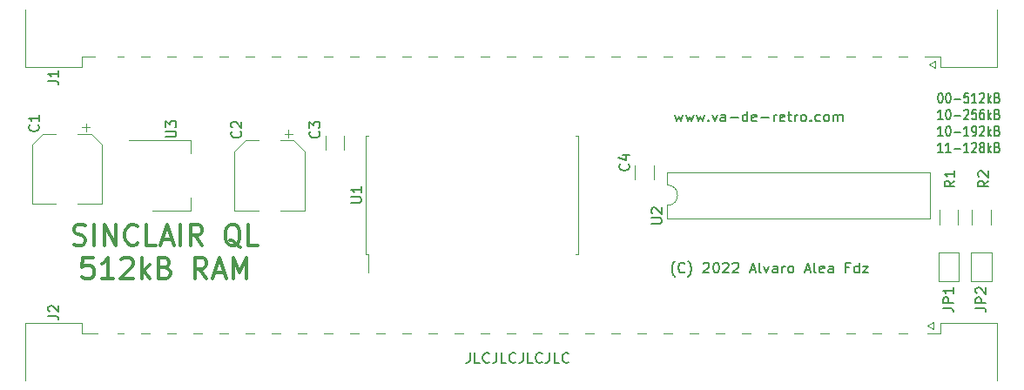
<source format=gbr>
%TF.GenerationSoftware,KiCad,Pcbnew,7.0.9+1*%
%TF.CreationDate,2023-12-26T23:15:29+01:00*%
%TF.ProjectId,qlexternal512kram_MIX,716c6578-7465-4726-9e61-6c3531326b72,0.1*%
%TF.SameCoordinates,Original*%
%TF.FileFunction,Legend,Top*%
%TF.FilePolarity,Positive*%
%FSLAX46Y46*%
G04 Gerber Fmt 4.6, Leading zero omitted, Abs format (unit mm)*
G04 Created by KiCad (PCBNEW 7.0.9+1) date 2023-12-26 23:15:29*
%MOMM*%
%LPD*%
G01*
G04 APERTURE LIST*
%ADD10C,0.150000*%
%ADD11C,0.300000*%
%ADD12C,0.120000*%
G04 APERTURE END LIST*
D10*
X137715951Y-85814819D02*
X137715951Y-86529104D01*
X137715951Y-86529104D02*
X137668332Y-86671961D01*
X137668332Y-86671961D02*
X137573094Y-86767200D01*
X137573094Y-86767200D02*
X137430237Y-86814819D01*
X137430237Y-86814819D02*
X137334999Y-86814819D01*
X138668332Y-86814819D02*
X138192142Y-86814819D01*
X138192142Y-86814819D02*
X138192142Y-85814819D01*
X139573094Y-86719580D02*
X139525475Y-86767200D01*
X139525475Y-86767200D02*
X139382618Y-86814819D01*
X139382618Y-86814819D02*
X139287380Y-86814819D01*
X139287380Y-86814819D02*
X139144523Y-86767200D01*
X139144523Y-86767200D02*
X139049285Y-86671961D01*
X139049285Y-86671961D02*
X139001666Y-86576723D01*
X139001666Y-86576723D02*
X138954047Y-86386247D01*
X138954047Y-86386247D02*
X138954047Y-86243390D01*
X138954047Y-86243390D02*
X139001666Y-86052914D01*
X139001666Y-86052914D02*
X139049285Y-85957676D01*
X139049285Y-85957676D02*
X139144523Y-85862438D01*
X139144523Y-85862438D02*
X139287380Y-85814819D01*
X139287380Y-85814819D02*
X139382618Y-85814819D01*
X139382618Y-85814819D02*
X139525475Y-85862438D01*
X139525475Y-85862438D02*
X139573094Y-85910057D01*
X140287380Y-85814819D02*
X140287380Y-86529104D01*
X140287380Y-86529104D02*
X140239761Y-86671961D01*
X140239761Y-86671961D02*
X140144523Y-86767200D01*
X140144523Y-86767200D02*
X140001666Y-86814819D01*
X140001666Y-86814819D02*
X139906428Y-86814819D01*
X141239761Y-86814819D02*
X140763571Y-86814819D01*
X140763571Y-86814819D02*
X140763571Y-85814819D01*
X142144523Y-86719580D02*
X142096904Y-86767200D01*
X142096904Y-86767200D02*
X141954047Y-86814819D01*
X141954047Y-86814819D02*
X141858809Y-86814819D01*
X141858809Y-86814819D02*
X141715952Y-86767200D01*
X141715952Y-86767200D02*
X141620714Y-86671961D01*
X141620714Y-86671961D02*
X141573095Y-86576723D01*
X141573095Y-86576723D02*
X141525476Y-86386247D01*
X141525476Y-86386247D02*
X141525476Y-86243390D01*
X141525476Y-86243390D02*
X141573095Y-86052914D01*
X141573095Y-86052914D02*
X141620714Y-85957676D01*
X141620714Y-85957676D02*
X141715952Y-85862438D01*
X141715952Y-85862438D02*
X141858809Y-85814819D01*
X141858809Y-85814819D02*
X141954047Y-85814819D01*
X141954047Y-85814819D02*
X142096904Y-85862438D01*
X142096904Y-85862438D02*
X142144523Y-85910057D01*
X142858809Y-85814819D02*
X142858809Y-86529104D01*
X142858809Y-86529104D02*
X142811190Y-86671961D01*
X142811190Y-86671961D02*
X142715952Y-86767200D01*
X142715952Y-86767200D02*
X142573095Y-86814819D01*
X142573095Y-86814819D02*
X142477857Y-86814819D01*
X143811190Y-86814819D02*
X143335000Y-86814819D01*
X143335000Y-86814819D02*
X143335000Y-85814819D01*
X144715952Y-86719580D02*
X144668333Y-86767200D01*
X144668333Y-86767200D02*
X144525476Y-86814819D01*
X144525476Y-86814819D02*
X144430238Y-86814819D01*
X144430238Y-86814819D02*
X144287381Y-86767200D01*
X144287381Y-86767200D02*
X144192143Y-86671961D01*
X144192143Y-86671961D02*
X144144524Y-86576723D01*
X144144524Y-86576723D02*
X144096905Y-86386247D01*
X144096905Y-86386247D02*
X144096905Y-86243390D01*
X144096905Y-86243390D02*
X144144524Y-86052914D01*
X144144524Y-86052914D02*
X144192143Y-85957676D01*
X144192143Y-85957676D02*
X144287381Y-85862438D01*
X144287381Y-85862438D02*
X144430238Y-85814819D01*
X144430238Y-85814819D02*
X144525476Y-85814819D01*
X144525476Y-85814819D02*
X144668333Y-85862438D01*
X144668333Y-85862438D02*
X144715952Y-85910057D01*
X145430238Y-85814819D02*
X145430238Y-86529104D01*
X145430238Y-86529104D02*
X145382619Y-86671961D01*
X145382619Y-86671961D02*
X145287381Y-86767200D01*
X145287381Y-86767200D02*
X145144524Y-86814819D01*
X145144524Y-86814819D02*
X145049286Y-86814819D01*
X146382619Y-86814819D02*
X145906429Y-86814819D01*
X145906429Y-86814819D02*
X145906429Y-85814819D01*
X147287381Y-86719580D02*
X147239762Y-86767200D01*
X147239762Y-86767200D02*
X147096905Y-86814819D01*
X147096905Y-86814819D02*
X147001667Y-86814819D01*
X147001667Y-86814819D02*
X146858810Y-86767200D01*
X146858810Y-86767200D02*
X146763572Y-86671961D01*
X146763572Y-86671961D02*
X146715953Y-86576723D01*
X146715953Y-86576723D02*
X146668334Y-86386247D01*
X146668334Y-86386247D02*
X146668334Y-86243390D01*
X146668334Y-86243390D02*
X146715953Y-86052914D01*
X146715953Y-86052914D02*
X146763572Y-85957676D01*
X146763572Y-85957676D02*
X146858810Y-85862438D01*
X146858810Y-85862438D02*
X147001667Y-85814819D01*
X147001667Y-85814819D02*
X147096905Y-85814819D01*
X147096905Y-85814819D02*
X147239762Y-85862438D01*
X147239762Y-85862438D02*
X147287381Y-85910057D01*
X183416541Y-60539819D02*
X183492731Y-60539819D01*
X183492731Y-60539819D02*
X183568922Y-60587438D01*
X183568922Y-60587438D02*
X183607017Y-60635057D01*
X183607017Y-60635057D02*
X183645112Y-60730295D01*
X183645112Y-60730295D02*
X183683207Y-60920771D01*
X183683207Y-60920771D02*
X183683207Y-61158866D01*
X183683207Y-61158866D02*
X183645112Y-61349342D01*
X183645112Y-61349342D02*
X183607017Y-61444580D01*
X183607017Y-61444580D02*
X183568922Y-61492200D01*
X183568922Y-61492200D02*
X183492731Y-61539819D01*
X183492731Y-61539819D02*
X183416541Y-61539819D01*
X183416541Y-61539819D02*
X183340350Y-61492200D01*
X183340350Y-61492200D02*
X183302255Y-61444580D01*
X183302255Y-61444580D02*
X183264160Y-61349342D01*
X183264160Y-61349342D02*
X183226064Y-61158866D01*
X183226064Y-61158866D02*
X183226064Y-60920771D01*
X183226064Y-60920771D02*
X183264160Y-60730295D01*
X183264160Y-60730295D02*
X183302255Y-60635057D01*
X183302255Y-60635057D02*
X183340350Y-60587438D01*
X183340350Y-60587438D02*
X183416541Y-60539819D01*
X184178446Y-60539819D02*
X184254636Y-60539819D01*
X184254636Y-60539819D02*
X184330827Y-60587438D01*
X184330827Y-60587438D02*
X184368922Y-60635057D01*
X184368922Y-60635057D02*
X184407017Y-60730295D01*
X184407017Y-60730295D02*
X184445112Y-60920771D01*
X184445112Y-60920771D02*
X184445112Y-61158866D01*
X184445112Y-61158866D02*
X184407017Y-61349342D01*
X184407017Y-61349342D02*
X184368922Y-61444580D01*
X184368922Y-61444580D02*
X184330827Y-61492200D01*
X184330827Y-61492200D02*
X184254636Y-61539819D01*
X184254636Y-61539819D02*
X184178446Y-61539819D01*
X184178446Y-61539819D02*
X184102255Y-61492200D01*
X184102255Y-61492200D02*
X184064160Y-61444580D01*
X184064160Y-61444580D02*
X184026065Y-61349342D01*
X184026065Y-61349342D02*
X183987969Y-61158866D01*
X183987969Y-61158866D02*
X183987969Y-60920771D01*
X183987969Y-60920771D02*
X184026065Y-60730295D01*
X184026065Y-60730295D02*
X184064160Y-60635057D01*
X184064160Y-60635057D02*
X184102255Y-60587438D01*
X184102255Y-60587438D02*
X184178446Y-60539819D01*
X184787970Y-61158866D02*
X185397494Y-61158866D01*
X186159398Y-60539819D02*
X185778446Y-60539819D01*
X185778446Y-60539819D02*
X185740350Y-61016009D01*
X185740350Y-61016009D02*
X185778446Y-60968390D01*
X185778446Y-60968390D02*
X185854636Y-60920771D01*
X185854636Y-60920771D02*
X186045112Y-60920771D01*
X186045112Y-60920771D02*
X186121303Y-60968390D01*
X186121303Y-60968390D02*
X186159398Y-61016009D01*
X186159398Y-61016009D02*
X186197493Y-61111247D01*
X186197493Y-61111247D02*
X186197493Y-61349342D01*
X186197493Y-61349342D02*
X186159398Y-61444580D01*
X186159398Y-61444580D02*
X186121303Y-61492200D01*
X186121303Y-61492200D02*
X186045112Y-61539819D01*
X186045112Y-61539819D02*
X185854636Y-61539819D01*
X185854636Y-61539819D02*
X185778446Y-61492200D01*
X185778446Y-61492200D02*
X185740350Y-61444580D01*
X186959398Y-61539819D02*
X186502255Y-61539819D01*
X186730827Y-61539819D02*
X186730827Y-60539819D01*
X186730827Y-60539819D02*
X186654636Y-60682676D01*
X186654636Y-60682676D02*
X186578446Y-60777914D01*
X186578446Y-60777914D02*
X186502255Y-60825533D01*
X187264160Y-60635057D02*
X187302256Y-60587438D01*
X187302256Y-60587438D02*
X187378446Y-60539819D01*
X187378446Y-60539819D02*
X187568922Y-60539819D01*
X187568922Y-60539819D02*
X187645113Y-60587438D01*
X187645113Y-60587438D02*
X187683208Y-60635057D01*
X187683208Y-60635057D02*
X187721303Y-60730295D01*
X187721303Y-60730295D02*
X187721303Y-60825533D01*
X187721303Y-60825533D02*
X187683208Y-60968390D01*
X187683208Y-60968390D02*
X187226065Y-61539819D01*
X187226065Y-61539819D02*
X187721303Y-61539819D01*
X188064161Y-61539819D02*
X188064161Y-60539819D01*
X188140351Y-61158866D02*
X188368923Y-61539819D01*
X188368923Y-60873152D02*
X188064161Y-61254104D01*
X188978446Y-61016009D02*
X189092732Y-61063628D01*
X189092732Y-61063628D02*
X189130827Y-61111247D01*
X189130827Y-61111247D02*
X189168923Y-61206485D01*
X189168923Y-61206485D02*
X189168923Y-61349342D01*
X189168923Y-61349342D02*
X189130827Y-61444580D01*
X189130827Y-61444580D02*
X189092732Y-61492200D01*
X189092732Y-61492200D02*
X189016542Y-61539819D01*
X189016542Y-61539819D02*
X188711780Y-61539819D01*
X188711780Y-61539819D02*
X188711780Y-60539819D01*
X188711780Y-60539819D02*
X188978446Y-60539819D01*
X188978446Y-60539819D02*
X189054637Y-60587438D01*
X189054637Y-60587438D02*
X189092732Y-60635057D01*
X189092732Y-60635057D02*
X189130827Y-60730295D01*
X189130827Y-60730295D02*
X189130827Y-60825533D01*
X189130827Y-60825533D02*
X189092732Y-60920771D01*
X189092732Y-60920771D02*
X189054637Y-60968390D01*
X189054637Y-60968390D02*
X188978446Y-61016009D01*
X188978446Y-61016009D02*
X188711780Y-61016009D01*
X183683207Y-63149819D02*
X183226064Y-63149819D01*
X183454636Y-63149819D02*
X183454636Y-62149819D01*
X183454636Y-62149819D02*
X183378445Y-62292676D01*
X183378445Y-62292676D02*
X183302255Y-62387914D01*
X183302255Y-62387914D02*
X183226064Y-62435533D01*
X184178446Y-62149819D02*
X184254636Y-62149819D01*
X184254636Y-62149819D02*
X184330827Y-62197438D01*
X184330827Y-62197438D02*
X184368922Y-62245057D01*
X184368922Y-62245057D02*
X184407017Y-62340295D01*
X184407017Y-62340295D02*
X184445112Y-62530771D01*
X184445112Y-62530771D02*
X184445112Y-62768866D01*
X184445112Y-62768866D02*
X184407017Y-62959342D01*
X184407017Y-62959342D02*
X184368922Y-63054580D01*
X184368922Y-63054580D02*
X184330827Y-63102200D01*
X184330827Y-63102200D02*
X184254636Y-63149819D01*
X184254636Y-63149819D02*
X184178446Y-63149819D01*
X184178446Y-63149819D02*
X184102255Y-63102200D01*
X184102255Y-63102200D02*
X184064160Y-63054580D01*
X184064160Y-63054580D02*
X184026065Y-62959342D01*
X184026065Y-62959342D02*
X183987969Y-62768866D01*
X183987969Y-62768866D02*
X183987969Y-62530771D01*
X183987969Y-62530771D02*
X184026065Y-62340295D01*
X184026065Y-62340295D02*
X184064160Y-62245057D01*
X184064160Y-62245057D02*
X184102255Y-62197438D01*
X184102255Y-62197438D02*
X184178446Y-62149819D01*
X184787970Y-62768866D02*
X185397494Y-62768866D01*
X185740350Y-62245057D02*
X185778446Y-62197438D01*
X185778446Y-62197438D02*
X185854636Y-62149819D01*
X185854636Y-62149819D02*
X186045112Y-62149819D01*
X186045112Y-62149819D02*
X186121303Y-62197438D01*
X186121303Y-62197438D02*
X186159398Y-62245057D01*
X186159398Y-62245057D02*
X186197493Y-62340295D01*
X186197493Y-62340295D02*
X186197493Y-62435533D01*
X186197493Y-62435533D02*
X186159398Y-62578390D01*
X186159398Y-62578390D02*
X185702255Y-63149819D01*
X185702255Y-63149819D02*
X186197493Y-63149819D01*
X186921303Y-62149819D02*
X186540351Y-62149819D01*
X186540351Y-62149819D02*
X186502255Y-62626009D01*
X186502255Y-62626009D02*
X186540351Y-62578390D01*
X186540351Y-62578390D02*
X186616541Y-62530771D01*
X186616541Y-62530771D02*
X186807017Y-62530771D01*
X186807017Y-62530771D02*
X186883208Y-62578390D01*
X186883208Y-62578390D02*
X186921303Y-62626009D01*
X186921303Y-62626009D02*
X186959398Y-62721247D01*
X186959398Y-62721247D02*
X186959398Y-62959342D01*
X186959398Y-62959342D02*
X186921303Y-63054580D01*
X186921303Y-63054580D02*
X186883208Y-63102200D01*
X186883208Y-63102200D02*
X186807017Y-63149819D01*
X186807017Y-63149819D02*
X186616541Y-63149819D01*
X186616541Y-63149819D02*
X186540351Y-63102200D01*
X186540351Y-63102200D02*
X186502255Y-63054580D01*
X187645113Y-62149819D02*
X187492732Y-62149819D01*
X187492732Y-62149819D02*
X187416541Y-62197438D01*
X187416541Y-62197438D02*
X187378446Y-62245057D01*
X187378446Y-62245057D02*
X187302256Y-62387914D01*
X187302256Y-62387914D02*
X187264160Y-62578390D01*
X187264160Y-62578390D02*
X187264160Y-62959342D01*
X187264160Y-62959342D02*
X187302256Y-63054580D01*
X187302256Y-63054580D02*
X187340351Y-63102200D01*
X187340351Y-63102200D02*
X187416541Y-63149819D01*
X187416541Y-63149819D02*
X187568922Y-63149819D01*
X187568922Y-63149819D02*
X187645113Y-63102200D01*
X187645113Y-63102200D02*
X187683208Y-63054580D01*
X187683208Y-63054580D02*
X187721303Y-62959342D01*
X187721303Y-62959342D02*
X187721303Y-62721247D01*
X187721303Y-62721247D02*
X187683208Y-62626009D01*
X187683208Y-62626009D02*
X187645113Y-62578390D01*
X187645113Y-62578390D02*
X187568922Y-62530771D01*
X187568922Y-62530771D02*
X187416541Y-62530771D01*
X187416541Y-62530771D02*
X187340351Y-62578390D01*
X187340351Y-62578390D02*
X187302256Y-62626009D01*
X187302256Y-62626009D02*
X187264160Y-62721247D01*
X188064161Y-63149819D02*
X188064161Y-62149819D01*
X188140351Y-62768866D02*
X188368923Y-63149819D01*
X188368923Y-62483152D02*
X188064161Y-62864104D01*
X188978446Y-62626009D02*
X189092732Y-62673628D01*
X189092732Y-62673628D02*
X189130827Y-62721247D01*
X189130827Y-62721247D02*
X189168923Y-62816485D01*
X189168923Y-62816485D02*
X189168923Y-62959342D01*
X189168923Y-62959342D02*
X189130827Y-63054580D01*
X189130827Y-63054580D02*
X189092732Y-63102200D01*
X189092732Y-63102200D02*
X189016542Y-63149819D01*
X189016542Y-63149819D02*
X188711780Y-63149819D01*
X188711780Y-63149819D02*
X188711780Y-62149819D01*
X188711780Y-62149819D02*
X188978446Y-62149819D01*
X188978446Y-62149819D02*
X189054637Y-62197438D01*
X189054637Y-62197438D02*
X189092732Y-62245057D01*
X189092732Y-62245057D02*
X189130827Y-62340295D01*
X189130827Y-62340295D02*
X189130827Y-62435533D01*
X189130827Y-62435533D02*
X189092732Y-62530771D01*
X189092732Y-62530771D02*
X189054637Y-62578390D01*
X189054637Y-62578390D02*
X188978446Y-62626009D01*
X188978446Y-62626009D02*
X188711780Y-62626009D01*
X183683207Y-64759819D02*
X183226064Y-64759819D01*
X183454636Y-64759819D02*
X183454636Y-63759819D01*
X183454636Y-63759819D02*
X183378445Y-63902676D01*
X183378445Y-63902676D02*
X183302255Y-63997914D01*
X183302255Y-63997914D02*
X183226064Y-64045533D01*
X184178446Y-63759819D02*
X184254636Y-63759819D01*
X184254636Y-63759819D02*
X184330827Y-63807438D01*
X184330827Y-63807438D02*
X184368922Y-63855057D01*
X184368922Y-63855057D02*
X184407017Y-63950295D01*
X184407017Y-63950295D02*
X184445112Y-64140771D01*
X184445112Y-64140771D02*
X184445112Y-64378866D01*
X184445112Y-64378866D02*
X184407017Y-64569342D01*
X184407017Y-64569342D02*
X184368922Y-64664580D01*
X184368922Y-64664580D02*
X184330827Y-64712200D01*
X184330827Y-64712200D02*
X184254636Y-64759819D01*
X184254636Y-64759819D02*
X184178446Y-64759819D01*
X184178446Y-64759819D02*
X184102255Y-64712200D01*
X184102255Y-64712200D02*
X184064160Y-64664580D01*
X184064160Y-64664580D02*
X184026065Y-64569342D01*
X184026065Y-64569342D02*
X183987969Y-64378866D01*
X183987969Y-64378866D02*
X183987969Y-64140771D01*
X183987969Y-64140771D02*
X184026065Y-63950295D01*
X184026065Y-63950295D02*
X184064160Y-63855057D01*
X184064160Y-63855057D02*
X184102255Y-63807438D01*
X184102255Y-63807438D02*
X184178446Y-63759819D01*
X184787970Y-64378866D02*
X185397494Y-64378866D01*
X186197493Y-64759819D02*
X185740350Y-64759819D01*
X185968922Y-64759819D02*
X185968922Y-63759819D01*
X185968922Y-63759819D02*
X185892731Y-63902676D01*
X185892731Y-63902676D02*
X185816541Y-63997914D01*
X185816541Y-63997914D02*
X185740350Y-64045533D01*
X186578446Y-64759819D02*
X186730827Y-64759819D01*
X186730827Y-64759819D02*
X186807017Y-64712200D01*
X186807017Y-64712200D02*
X186845113Y-64664580D01*
X186845113Y-64664580D02*
X186921303Y-64521723D01*
X186921303Y-64521723D02*
X186959398Y-64331247D01*
X186959398Y-64331247D02*
X186959398Y-63950295D01*
X186959398Y-63950295D02*
X186921303Y-63855057D01*
X186921303Y-63855057D02*
X186883208Y-63807438D01*
X186883208Y-63807438D02*
X186807017Y-63759819D01*
X186807017Y-63759819D02*
X186654636Y-63759819D01*
X186654636Y-63759819D02*
X186578446Y-63807438D01*
X186578446Y-63807438D02*
X186540351Y-63855057D01*
X186540351Y-63855057D02*
X186502255Y-63950295D01*
X186502255Y-63950295D02*
X186502255Y-64188390D01*
X186502255Y-64188390D02*
X186540351Y-64283628D01*
X186540351Y-64283628D02*
X186578446Y-64331247D01*
X186578446Y-64331247D02*
X186654636Y-64378866D01*
X186654636Y-64378866D02*
X186807017Y-64378866D01*
X186807017Y-64378866D02*
X186883208Y-64331247D01*
X186883208Y-64331247D02*
X186921303Y-64283628D01*
X186921303Y-64283628D02*
X186959398Y-64188390D01*
X187264160Y-63855057D02*
X187302256Y-63807438D01*
X187302256Y-63807438D02*
X187378446Y-63759819D01*
X187378446Y-63759819D02*
X187568922Y-63759819D01*
X187568922Y-63759819D02*
X187645113Y-63807438D01*
X187645113Y-63807438D02*
X187683208Y-63855057D01*
X187683208Y-63855057D02*
X187721303Y-63950295D01*
X187721303Y-63950295D02*
X187721303Y-64045533D01*
X187721303Y-64045533D02*
X187683208Y-64188390D01*
X187683208Y-64188390D02*
X187226065Y-64759819D01*
X187226065Y-64759819D02*
X187721303Y-64759819D01*
X188064161Y-64759819D02*
X188064161Y-63759819D01*
X188140351Y-64378866D02*
X188368923Y-64759819D01*
X188368923Y-64093152D02*
X188064161Y-64474104D01*
X188978446Y-64236009D02*
X189092732Y-64283628D01*
X189092732Y-64283628D02*
X189130827Y-64331247D01*
X189130827Y-64331247D02*
X189168923Y-64426485D01*
X189168923Y-64426485D02*
X189168923Y-64569342D01*
X189168923Y-64569342D02*
X189130827Y-64664580D01*
X189130827Y-64664580D02*
X189092732Y-64712200D01*
X189092732Y-64712200D02*
X189016542Y-64759819D01*
X189016542Y-64759819D02*
X188711780Y-64759819D01*
X188711780Y-64759819D02*
X188711780Y-63759819D01*
X188711780Y-63759819D02*
X188978446Y-63759819D01*
X188978446Y-63759819D02*
X189054637Y-63807438D01*
X189054637Y-63807438D02*
X189092732Y-63855057D01*
X189092732Y-63855057D02*
X189130827Y-63950295D01*
X189130827Y-63950295D02*
X189130827Y-64045533D01*
X189130827Y-64045533D02*
X189092732Y-64140771D01*
X189092732Y-64140771D02*
X189054637Y-64188390D01*
X189054637Y-64188390D02*
X188978446Y-64236009D01*
X188978446Y-64236009D02*
X188711780Y-64236009D01*
X183683207Y-66369819D02*
X183226064Y-66369819D01*
X183454636Y-66369819D02*
X183454636Y-65369819D01*
X183454636Y-65369819D02*
X183378445Y-65512676D01*
X183378445Y-65512676D02*
X183302255Y-65607914D01*
X183302255Y-65607914D02*
X183226064Y-65655533D01*
X184445112Y-66369819D02*
X183987969Y-66369819D01*
X184216541Y-66369819D02*
X184216541Y-65369819D01*
X184216541Y-65369819D02*
X184140350Y-65512676D01*
X184140350Y-65512676D02*
X184064160Y-65607914D01*
X184064160Y-65607914D02*
X183987969Y-65655533D01*
X184787970Y-65988866D02*
X185397494Y-65988866D01*
X186197493Y-66369819D02*
X185740350Y-66369819D01*
X185968922Y-66369819D02*
X185968922Y-65369819D01*
X185968922Y-65369819D02*
X185892731Y-65512676D01*
X185892731Y-65512676D02*
X185816541Y-65607914D01*
X185816541Y-65607914D02*
X185740350Y-65655533D01*
X186502255Y-65465057D02*
X186540351Y-65417438D01*
X186540351Y-65417438D02*
X186616541Y-65369819D01*
X186616541Y-65369819D02*
X186807017Y-65369819D01*
X186807017Y-65369819D02*
X186883208Y-65417438D01*
X186883208Y-65417438D02*
X186921303Y-65465057D01*
X186921303Y-65465057D02*
X186959398Y-65560295D01*
X186959398Y-65560295D02*
X186959398Y-65655533D01*
X186959398Y-65655533D02*
X186921303Y-65798390D01*
X186921303Y-65798390D02*
X186464160Y-66369819D01*
X186464160Y-66369819D02*
X186959398Y-66369819D01*
X187416541Y-65798390D02*
X187340351Y-65750771D01*
X187340351Y-65750771D02*
X187302256Y-65703152D01*
X187302256Y-65703152D02*
X187264160Y-65607914D01*
X187264160Y-65607914D02*
X187264160Y-65560295D01*
X187264160Y-65560295D02*
X187302256Y-65465057D01*
X187302256Y-65465057D02*
X187340351Y-65417438D01*
X187340351Y-65417438D02*
X187416541Y-65369819D01*
X187416541Y-65369819D02*
X187568922Y-65369819D01*
X187568922Y-65369819D02*
X187645113Y-65417438D01*
X187645113Y-65417438D02*
X187683208Y-65465057D01*
X187683208Y-65465057D02*
X187721303Y-65560295D01*
X187721303Y-65560295D02*
X187721303Y-65607914D01*
X187721303Y-65607914D02*
X187683208Y-65703152D01*
X187683208Y-65703152D02*
X187645113Y-65750771D01*
X187645113Y-65750771D02*
X187568922Y-65798390D01*
X187568922Y-65798390D02*
X187416541Y-65798390D01*
X187416541Y-65798390D02*
X187340351Y-65846009D01*
X187340351Y-65846009D02*
X187302256Y-65893628D01*
X187302256Y-65893628D02*
X187264160Y-65988866D01*
X187264160Y-65988866D02*
X187264160Y-66179342D01*
X187264160Y-66179342D02*
X187302256Y-66274580D01*
X187302256Y-66274580D02*
X187340351Y-66322200D01*
X187340351Y-66322200D02*
X187416541Y-66369819D01*
X187416541Y-66369819D02*
X187568922Y-66369819D01*
X187568922Y-66369819D02*
X187645113Y-66322200D01*
X187645113Y-66322200D02*
X187683208Y-66274580D01*
X187683208Y-66274580D02*
X187721303Y-66179342D01*
X187721303Y-66179342D02*
X187721303Y-65988866D01*
X187721303Y-65988866D02*
X187683208Y-65893628D01*
X187683208Y-65893628D02*
X187645113Y-65846009D01*
X187645113Y-65846009D02*
X187568922Y-65798390D01*
X188064161Y-66369819D02*
X188064161Y-65369819D01*
X188140351Y-65988866D02*
X188368923Y-66369819D01*
X188368923Y-65703152D02*
X188064161Y-66084104D01*
X188978446Y-65846009D02*
X189092732Y-65893628D01*
X189092732Y-65893628D02*
X189130827Y-65941247D01*
X189130827Y-65941247D02*
X189168923Y-66036485D01*
X189168923Y-66036485D02*
X189168923Y-66179342D01*
X189168923Y-66179342D02*
X189130827Y-66274580D01*
X189130827Y-66274580D02*
X189092732Y-66322200D01*
X189092732Y-66322200D02*
X189016542Y-66369819D01*
X189016542Y-66369819D02*
X188711780Y-66369819D01*
X188711780Y-66369819D02*
X188711780Y-65369819D01*
X188711780Y-65369819D02*
X188978446Y-65369819D01*
X188978446Y-65369819D02*
X189054637Y-65417438D01*
X189054637Y-65417438D02*
X189092732Y-65465057D01*
X189092732Y-65465057D02*
X189130827Y-65560295D01*
X189130827Y-65560295D02*
X189130827Y-65655533D01*
X189130827Y-65655533D02*
X189092732Y-65750771D01*
X189092732Y-65750771D02*
X189054637Y-65798390D01*
X189054637Y-65798390D02*
X188978446Y-65846009D01*
X188978446Y-65846009D02*
X188711780Y-65846009D01*
D11*
X99187856Y-75277400D02*
X99473570Y-75372638D01*
X99473570Y-75372638D02*
X99949761Y-75372638D01*
X99949761Y-75372638D02*
X100140237Y-75277400D01*
X100140237Y-75277400D02*
X100235475Y-75182161D01*
X100235475Y-75182161D02*
X100330713Y-74991685D01*
X100330713Y-74991685D02*
X100330713Y-74801209D01*
X100330713Y-74801209D02*
X100235475Y-74610733D01*
X100235475Y-74610733D02*
X100140237Y-74515495D01*
X100140237Y-74515495D02*
X99949761Y-74420257D01*
X99949761Y-74420257D02*
X99568808Y-74325019D01*
X99568808Y-74325019D02*
X99378332Y-74229780D01*
X99378332Y-74229780D02*
X99283094Y-74134542D01*
X99283094Y-74134542D02*
X99187856Y-73944066D01*
X99187856Y-73944066D02*
X99187856Y-73753590D01*
X99187856Y-73753590D02*
X99283094Y-73563114D01*
X99283094Y-73563114D02*
X99378332Y-73467876D01*
X99378332Y-73467876D02*
X99568808Y-73372638D01*
X99568808Y-73372638D02*
X100044999Y-73372638D01*
X100044999Y-73372638D02*
X100330713Y-73467876D01*
X101187856Y-75372638D02*
X101187856Y-73372638D01*
X102140237Y-75372638D02*
X102140237Y-73372638D01*
X102140237Y-73372638D02*
X103283094Y-75372638D01*
X103283094Y-75372638D02*
X103283094Y-73372638D01*
X105378332Y-75182161D02*
X105283094Y-75277400D01*
X105283094Y-75277400D02*
X104997380Y-75372638D01*
X104997380Y-75372638D02*
X104806904Y-75372638D01*
X104806904Y-75372638D02*
X104521189Y-75277400D01*
X104521189Y-75277400D02*
X104330713Y-75086923D01*
X104330713Y-75086923D02*
X104235475Y-74896447D01*
X104235475Y-74896447D02*
X104140237Y-74515495D01*
X104140237Y-74515495D02*
X104140237Y-74229780D01*
X104140237Y-74229780D02*
X104235475Y-73848828D01*
X104235475Y-73848828D02*
X104330713Y-73658352D01*
X104330713Y-73658352D02*
X104521189Y-73467876D01*
X104521189Y-73467876D02*
X104806904Y-73372638D01*
X104806904Y-73372638D02*
X104997380Y-73372638D01*
X104997380Y-73372638D02*
X105283094Y-73467876D01*
X105283094Y-73467876D02*
X105378332Y-73563114D01*
X107187856Y-75372638D02*
X106235475Y-75372638D01*
X106235475Y-75372638D02*
X106235475Y-73372638D01*
X107759285Y-74801209D02*
X108711666Y-74801209D01*
X107568809Y-75372638D02*
X108235475Y-73372638D01*
X108235475Y-73372638D02*
X108902142Y-75372638D01*
X109568809Y-75372638D02*
X109568809Y-73372638D01*
X111664047Y-75372638D02*
X110997380Y-74420257D01*
X110521190Y-75372638D02*
X110521190Y-73372638D01*
X110521190Y-73372638D02*
X111283095Y-73372638D01*
X111283095Y-73372638D02*
X111473571Y-73467876D01*
X111473571Y-73467876D02*
X111568809Y-73563114D01*
X111568809Y-73563114D02*
X111664047Y-73753590D01*
X111664047Y-73753590D02*
X111664047Y-74039304D01*
X111664047Y-74039304D02*
X111568809Y-74229780D01*
X111568809Y-74229780D02*
X111473571Y-74325019D01*
X111473571Y-74325019D02*
X111283095Y-74420257D01*
X111283095Y-74420257D02*
X110521190Y-74420257D01*
X115378333Y-75563114D02*
X115187857Y-75467876D01*
X115187857Y-75467876D02*
X114997381Y-75277400D01*
X114997381Y-75277400D02*
X114711667Y-74991685D01*
X114711667Y-74991685D02*
X114521190Y-74896447D01*
X114521190Y-74896447D02*
X114330714Y-74896447D01*
X114425952Y-75372638D02*
X114235476Y-75277400D01*
X114235476Y-75277400D02*
X114045000Y-75086923D01*
X114045000Y-75086923D02*
X113949762Y-74705971D01*
X113949762Y-74705971D02*
X113949762Y-74039304D01*
X113949762Y-74039304D02*
X114045000Y-73658352D01*
X114045000Y-73658352D02*
X114235476Y-73467876D01*
X114235476Y-73467876D02*
X114425952Y-73372638D01*
X114425952Y-73372638D02*
X114806905Y-73372638D01*
X114806905Y-73372638D02*
X114997381Y-73467876D01*
X114997381Y-73467876D02*
X115187857Y-73658352D01*
X115187857Y-73658352D02*
X115283095Y-74039304D01*
X115283095Y-74039304D02*
X115283095Y-74705971D01*
X115283095Y-74705971D02*
X115187857Y-75086923D01*
X115187857Y-75086923D02*
X114997381Y-75277400D01*
X114997381Y-75277400D02*
X114806905Y-75372638D01*
X114806905Y-75372638D02*
X114425952Y-75372638D01*
X117092619Y-75372638D02*
X116140238Y-75372638D01*
X116140238Y-75372638D02*
X116140238Y-73372638D01*
X101044999Y-76592638D02*
X100092618Y-76592638D01*
X100092618Y-76592638D02*
X99997380Y-77545019D01*
X99997380Y-77545019D02*
X100092618Y-77449780D01*
X100092618Y-77449780D02*
X100283094Y-77354542D01*
X100283094Y-77354542D02*
X100759285Y-77354542D01*
X100759285Y-77354542D02*
X100949761Y-77449780D01*
X100949761Y-77449780D02*
X101044999Y-77545019D01*
X101044999Y-77545019D02*
X101140237Y-77735495D01*
X101140237Y-77735495D02*
X101140237Y-78211685D01*
X101140237Y-78211685D02*
X101044999Y-78402161D01*
X101044999Y-78402161D02*
X100949761Y-78497400D01*
X100949761Y-78497400D02*
X100759285Y-78592638D01*
X100759285Y-78592638D02*
X100283094Y-78592638D01*
X100283094Y-78592638D02*
X100092618Y-78497400D01*
X100092618Y-78497400D02*
X99997380Y-78402161D01*
X103044999Y-78592638D02*
X101902142Y-78592638D01*
X102473570Y-78592638D02*
X102473570Y-76592638D01*
X102473570Y-76592638D02*
X102283094Y-76878352D01*
X102283094Y-76878352D02*
X102092618Y-77068828D01*
X102092618Y-77068828D02*
X101902142Y-77164066D01*
X103806904Y-76783114D02*
X103902142Y-76687876D01*
X103902142Y-76687876D02*
X104092618Y-76592638D01*
X104092618Y-76592638D02*
X104568809Y-76592638D01*
X104568809Y-76592638D02*
X104759285Y-76687876D01*
X104759285Y-76687876D02*
X104854523Y-76783114D01*
X104854523Y-76783114D02*
X104949761Y-76973590D01*
X104949761Y-76973590D02*
X104949761Y-77164066D01*
X104949761Y-77164066D02*
X104854523Y-77449780D01*
X104854523Y-77449780D02*
X103711666Y-78592638D01*
X103711666Y-78592638D02*
X104949761Y-78592638D01*
X105806904Y-78592638D02*
X105806904Y-76592638D01*
X105997380Y-77830733D02*
X106568809Y-78592638D01*
X106568809Y-77259304D02*
X105806904Y-78021209D01*
X108092619Y-77545019D02*
X108378333Y-77640257D01*
X108378333Y-77640257D02*
X108473571Y-77735495D01*
X108473571Y-77735495D02*
X108568809Y-77925971D01*
X108568809Y-77925971D02*
X108568809Y-78211685D01*
X108568809Y-78211685D02*
X108473571Y-78402161D01*
X108473571Y-78402161D02*
X108378333Y-78497400D01*
X108378333Y-78497400D02*
X108187857Y-78592638D01*
X108187857Y-78592638D02*
X107425952Y-78592638D01*
X107425952Y-78592638D02*
X107425952Y-76592638D01*
X107425952Y-76592638D02*
X108092619Y-76592638D01*
X108092619Y-76592638D02*
X108283095Y-76687876D01*
X108283095Y-76687876D02*
X108378333Y-76783114D01*
X108378333Y-76783114D02*
X108473571Y-76973590D01*
X108473571Y-76973590D02*
X108473571Y-77164066D01*
X108473571Y-77164066D02*
X108378333Y-77354542D01*
X108378333Y-77354542D02*
X108283095Y-77449780D01*
X108283095Y-77449780D02*
X108092619Y-77545019D01*
X108092619Y-77545019D02*
X107425952Y-77545019D01*
X112092619Y-78592638D02*
X111425952Y-77640257D01*
X110949762Y-78592638D02*
X110949762Y-76592638D01*
X110949762Y-76592638D02*
X111711667Y-76592638D01*
X111711667Y-76592638D02*
X111902143Y-76687876D01*
X111902143Y-76687876D02*
X111997381Y-76783114D01*
X111997381Y-76783114D02*
X112092619Y-76973590D01*
X112092619Y-76973590D02*
X112092619Y-77259304D01*
X112092619Y-77259304D02*
X111997381Y-77449780D01*
X111997381Y-77449780D02*
X111902143Y-77545019D01*
X111902143Y-77545019D02*
X111711667Y-77640257D01*
X111711667Y-77640257D02*
X110949762Y-77640257D01*
X112854524Y-78021209D02*
X113806905Y-78021209D01*
X112664048Y-78592638D02*
X113330714Y-76592638D01*
X113330714Y-76592638D02*
X113997381Y-78592638D01*
X114664048Y-78592638D02*
X114664048Y-76592638D01*
X114664048Y-76592638D02*
X115330715Y-78021209D01*
X115330715Y-78021209D02*
X115997381Y-76592638D01*
X115997381Y-76592638D02*
X115997381Y-78592638D01*
D10*
X157639524Y-62653152D02*
X157830000Y-63319819D01*
X157830000Y-63319819D02*
X158020476Y-62843628D01*
X158020476Y-62843628D02*
X158210952Y-63319819D01*
X158210952Y-63319819D02*
X158401428Y-62653152D01*
X158687143Y-62653152D02*
X158877619Y-63319819D01*
X158877619Y-63319819D02*
X159068095Y-62843628D01*
X159068095Y-62843628D02*
X159258571Y-63319819D01*
X159258571Y-63319819D02*
X159449047Y-62653152D01*
X159734762Y-62653152D02*
X159925238Y-63319819D01*
X159925238Y-63319819D02*
X160115714Y-62843628D01*
X160115714Y-62843628D02*
X160306190Y-63319819D01*
X160306190Y-63319819D02*
X160496666Y-62653152D01*
X160877619Y-63224580D02*
X160925238Y-63272200D01*
X160925238Y-63272200D02*
X160877619Y-63319819D01*
X160877619Y-63319819D02*
X160830000Y-63272200D01*
X160830000Y-63272200D02*
X160877619Y-63224580D01*
X160877619Y-63224580D02*
X160877619Y-63319819D01*
X161258571Y-62653152D02*
X161496666Y-63319819D01*
X161496666Y-63319819D02*
X161734761Y-62653152D01*
X162544285Y-63319819D02*
X162544285Y-62796009D01*
X162544285Y-62796009D02*
X162496666Y-62700771D01*
X162496666Y-62700771D02*
X162401428Y-62653152D01*
X162401428Y-62653152D02*
X162210952Y-62653152D01*
X162210952Y-62653152D02*
X162115714Y-62700771D01*
X162544285Y-63272200D02*
X162449047Y-63319819D01*
X162449047Y-63319819D02*
X162210952Y-63319819D01*
X162210952Y-63319819D02*
X162115714Y-63272200D01*
X162115714Y-63272200D02*
X162068095Y-63176961D01*
X162068095Y-63176961D02*
X162068095Y-63081723D01*
X162068095Y-63081723D02*
X162115714Y-62986485D01*
X162115714Y-62986485D02*
X162210952Y-62938866D01*
X162210952Y-62938866D02*
X162449047Y-62938866D01*
X162449047Y-62938866D02*
X162544285Y-62891247D01*
X163020476Y-62938866D02*
X163782381Y-62938866D01*
X164687142Y-63319819D02*
X164687142Y-62319819D01*
X164687142Y-63272200D02*
X164591904Y-63319819D01*
X164591904Y-63319819D02*
X164401428Y-63319819D01*
X164401428Y-63319819D02*
X164306190Y-63272200D01*
X164306190Y-63272200D02*
X164258571Y-63224580D01*
X164258571Y-63224580D02*
X164210952Y-63129342D01*
X164210952Y-63129342D02*
X164210952Y-62843628D01*
X164210952Y-62843628D02*
X164258571Y-62748390D01*
X164258571Y-62748390D02*
X164306190Y-62700771D01*
X164306190Y-62700771D02*
X164401428Y-62653152D01*
X164401428Y-62653152D02*
X164591904Y-62653152D01*
X164591904Y-62653152D02*
X164687142Y-62700771D01*
X165544285Y-63272200D02*
X165449047Y-63319819D01*
X165449047Y-63319819D02*
X165258571Y-63319819D01*
X165258571Y-63319819D02*
X165163333Y-63272200D01*
X165163333Y-63272200D02*
X165115714Y-63176961D01*
X165115714Y-63176961D02*
X165115714Y-62796009D01*
X165115714Y-62796009D02*
X165163333Y-62700771D01*
X165163333Y-62700771D02*
X165258571Y-62653152D01*
X165258571Y-62653152D02*
X165449047Y-62653152D01*
X165449047Y-62653152D02*
X165544285Y-62700771D01*
X165544285Y-62700771D02*
X165591904Y-62796009D01*
X165591904Y-62796009D02*
X165591904Y-62891247D01*
X165591904Y-62891247D02*
X165115714Y-62986485D01*
X166020476Y-62938866D02*
X166782381Y-62938866D01*
X167258571Y-63319819D02*
X167258571Y-62653152D01*
X167258571Y-62843628D02*
X167306190Y-62748390D01*
X167306190Y-62748390D02*
X167353809Y-62700771D01*
X167353809Y-62700771D02*
X167449047Y-62653152D01*
X167449047Y-62653152D02*
X167544285Y-62653152D01*
X168258571Y-63272200D02*
X168163333Y-63319819D01*
X168163333Y-63319819D02*
X167972857Y-63319819D01*
X167972857Y-63319819D02*
X167877619Y-63272200D01*
X167877619Y-63272200D02*
X167830000Y-63176961D01*
X167830000Y-63176961D02*
X167830000Y-62796009D01*
X167830000Y-62796009D02*
X167877619Y-62700771D01*
X167877619Y-62700771D02*
X167972857Y-62653152D01*
X167972857Y-62653152D02*
X168163333Y-62653152D01*
X168163333Y-62653152D02*
X168258571Y-62700771D01*
X168258571Y-62700771D02*
X168306190Y-62796009D01*
X168306190Y-62796009D02*
X168306190Y-62891247D01*
X168306190Y-62891247D02*
X167830000Y-62986485D01*
X168591905Y-62653152D02*
X168972857Y-62653152D01*
X168734762Y-62319819D02*
X168734762Y-63176961D01*
X168734762Y-63176961D02*
X168782381Y-63272200D01*
X168782381Y-63272200D02*
X168877619Y-63319819D01*
X168877619Y-63319819D02*
X168972857Y-63319819D01*
X169306191Y-63319819D02*
X169306191Y-62653152D01*
X169306191Y-62843628D02*
X169353810Y-62748390D01*
X169353810Y-62748390D02*
X169401429Y-62700771D01*
X169401429Y-62700771D02*
X169496667Y-62653152D01*
X169496667Y-62653152D02*
X169591905Y-62653152D01*
X170068096Y-63319819D02*
X169972858Y-63272200D01*
X169972858Y-63272200D02*
X169925239Y-63224580D01*
X169925239Y-63224580D02*
X169877620Y-63129342D01*
X169877620Y-63129342D02*
X169877620Y-62843628D01*
X169877620Y-62843628D02*
X169925239Y-62748390D01*
X169925239Y-62748390D02*
X169972858Y-62700771D01*
X169972858Y-62700771D02*
X170068096Y-62653152D01*
X170068096Y-62653152D02*
X170210953Y-62653152D01*
X170210953Y-62653152D02*
X170306191Y-62700771D01*
X170306191Y-62700771D02*
X170353810Y-62748390D01*
X170353810Y-62748390D02*
X170401429Y-62843628D01*
X170401429Y-62843628D02*
X170401429Y-63129342D01*
X170401429Y-63129342D02*
X170353810Y-63224580D01*
X170353810Y-63224580D02*
X170306191Y-63272200D01*
X170306191Y-63272200D02*
X170210953Y-63319819D01*
X170210953Y-63319819D02*
X170068096Y-63319819D01*
X170830001Y-63224580D02*
X170877620Y-63272200D01*
X170877620Y-63272200D02*
X170830001Y-63319819D01*
X170830001Y-63319819D02*
X170782382Y-63272200D01*
X170782382Y-63272200D02*
X170830001Y-63224580D01*
X170830001Y-63224580D02*
X170830001Y-63319819D01*
X171734762Y-63272200D02*
X171639524Y-63319819D01*
X171639524Y-63319819D02*
X171449048Y-63319819D01*
X171449048Y-63319819D02*
X171353810Y-63272200D01*
X171353810Y-63272200D02*
X171306191Y-63224580D01*
X171306191Y-63224580D02*
X171258572Y-63129342D01*
X171258572Y-63129342D02*
X171258572Y-62843628D01*
X171258572Y-62843628D02*
X171306191Y-62748390D01*
X171306191Y-62748390D02*
X171353810Y-62700771D01*
X171353810Y-62700771D02*
X171449048Y-62653152D01*
X171449048Y-62653152D02*
X171639524Y-62653152D01*
X171639524Y-62653152D02*
X171734762Y-62700771D01*
X172306191Y-63319819D02*
X172210953Y-63272200D01*
X172210953Y-63272200D02*
X172163334Y-63224580D01*
X172163334Y-63224580D02*
X172115715Y-63129342D01*
X172115715Y-63129342D02*
X172115715Y-62843628D01*
X172115715Y-62843628D02*
X172163334Y-62748390D01*
X172163334Y-62748390D02*
X172210953Y-62700771D01*
X172210953Y-62700771D02*
X172306191Y-62653152D01*
X172306191Y-62653152D02*
X172449048Y-62653152D01*
X172449048Y-62653152D02*
X172544286Y-62700771D01*
X172544286Y-62700771D02*
X172591905Y-62748390D01*
X172591905Y-62748390D02*
X172639524Y-62843628D01*
X172639524Y-62843628D02*
X172639524Y-63129342D01*
X172639524Y-63129342D02*
X172591905Y-63224580D01*
X172591905Y-63224580D02*
X172544286Y-63272200D01*
X172544286Y-63272200D02*
X172449048Y-63319819D01*
X172449048Y-63319819D02*
X172306191Y-63319819D01*
X173068096Y-63319819D02*
X173068096Y-62653152D01*
X173068096Y-62748390D02*
X173115715Y-62700771D01*
X173115715Y-62700771D02*
X173210953Y-62653152D01*
X173210953Y-62653152D02*
X173353810Y-62653152D01*
X173353810Y-62653152D02*
X173449048Y-62700771D01*
X173449048Y-62700771D02*
X173496667Y-62796009D01*
X173496667Y-62796009D02*
X173496667Y-63319819D01*
X173496667Y-62796009D02*
X173544286Y-62700771D01*
X173544286Y-62700771D02*
X173639524Y-62653152D01*
X173639524Y-62653152D02*
X173782381Y-62653152D01*
X173782381Y-62653152D02*
X173877620Y-62700771D01*
X173877620Y-62700771D02*
X173925239Y-62796009D01*
X173925239Y-62796009D02*
X173925239Y-63319819D01*
X157631712Y-78432771D02*
X157584093Y-78385152D01*
X157584093Y-78385152D02*
X157488855Y-78242295D01*
X157488855Y-78242295D02*
X157441236Y-78147057D01*
X157441236Y-78147057D02*
X157393617Y-78004200D01*
X157393617Y-78004200D02*
X157345998Y-77766104D01*
X157345998Y-77766104D02*
X157345998Y-77575628D01*
X157345998Y-77575628D02*
X157393617Y-77337533D01*
X157393617Y-77337533D02*
X157441236Y-77194676D01*
X157441236Y-77194676D02*
X157488855Y-77099438D01*
X157488855Y-77099438D02*
X157584093Y-76956580D01*
X157584093Y-76956580D02*
X157631712Y-76908961D01*
X158584093Y-77956580D02*
X158536474Y-78004200D01*
X158536474Y-78004200D02*
X158393617Y-78051819D01*
X158393617Y-78051819D02*
X158298379Y-78051819D01*
X158298379Y-78051819D02*
X158155522Y-78004200D01*
X158155522Y-78004200D02*
X158060284Y-77908961D01*
X158060284Y-77908961D02*
X158012665Y-77813723D01*
X158012665Y-77813723D02*
X157965046Y-77623247D01*
X157965046Y-77623247D02*
X157965046Y-77480390D01*
X157965046Y-77480390D02*
X158012665Y-77289914D01*
X158012665Y-77289914D02*
X158060284Y-77194676D01*
X158060284Y-77194676D02*
X158155522Y-77099438D01*
X158155522Y-77099438D02*
X158298379Y-77051819D01*
X158298379Y-77051819D02*
X158393617Y-77051819D01*
X158393617Y-77051819D02*
X158536474Y-77099438D01*
X158536474Y-77099438D02*
X158584093Y-77147057D01*
X158917427Y-78432771D02*
X158965046Y-78385152D01*
X158965046Y-78385152D02*
X159060284Y-78242295D01*
X159060284Y-78242295D02*
X159107903Y-78147057D01*
X159107903Y-78147057D02*
X159155522Y-78004200D01*
X159155522Y-78004200D02*
X159203141Y-77766104D01*
X159203141Y-77766104D02*
X159203141Y-77575628D01*
X159203141Y-77575628D02*
X159155522Y-77337533D01*
X159155522Y-77337533D02*
X159107903Y-77194676D01*
X159107903Y-77194676D02*
X159060284Y-77099438D01*
X159060284Y-77099438D02*
X158965046Y-76956580D01*
X158965046Y-76956580D02*
X158917427Y-76908961D01*
X160393618Y-77147057D02*
X160441237Y-77099438D01*
X160441237Y-77099438D02*
X160536475Y-77051819D01*
X160536475Y-77051819D02*
X160774570Y-77051819D01*
X160774570Y-77051819D02*
X160869808Y-77099438D01*
X160869808Y-77099438D02*
X160917427Y-77147057D01*
X160917427Y-77147057D02*
X160965046Y-77242295D01*
X160965046Y-77242295D02*
X160965046Y-77337533D01*
X160965046Y-77337533D02*
X160917427Y-77480390D01*
X160917427Y-77480390D02*
X160345999Y-78051819D01*
X160345999Y-78051819D02*
X160965046Y-78051819D01*
X161584094Y-77051819D02*
X161679332Y-77051819D01*
X161679332Y-77051819D02*
X161774570Y-77099438D01*
X161774570Y-77099438D02*
X161822189Y-77147057D01*
X161822189Y-77147057D02*
X161869808Y-77242295D01*
X161869808Y-77242295D02*
X161917427Y-77432771D01*
X161917427Y-77432771D02*
X161917427Y-77670866D01*
X161917427Y-77670866D02*
X161869808Y-77861342D01*
X161869808Y-77861342D02*
X161822189Y-77956580D01*
X161822189Y-77956580D02*
X161774570Y-78004200D01*
X161774570Y-78004200D02*
X161679332Y-78051819D01*
X161679332Y-78051819D02*
X161584094Y-78051819D01*
X161584094Y-78051819D02*
X161488856Y-78004200D01*
X161488856Y-78004200D02*
X161441237Y-77956580D01*
X161441237Y-77956580D02*
X161393618Y-77861342D01*
X161393618Y-77861342D02*
X161345999Y-77670866D01*
X161345999Y-77670866D02*
X161345999Y-77432771D01*
X161345999Y-77432771D02*
X161393618Y-77242295D01*
X161393618Y-77242295D02*
X161441237Y-77147057D01*
X161441237Y-77147057D02*
X161488856Y-77099438D01*
X161488856Y-77099438D02*
X161584094Y-77051819D01*
X162298380Y-77147057D02*
X162345999Y-77099438D01*
X162345999Y-77099438D02*
X162441237Y-77051819D01*
X162441237Y-77051819D02*
X162679332Y-77051819D01*
X162679332Y-77051819D02*
X162774570Y-77099438D01*
X162774570Y-77099438D02*
X162822189Y-77147057D01*
X162822189Y-77147057D02*
X162869808Y-77242295D01*
X162869808Y-77242295D02*
X162869808Y-77337533D01*
X162869808Y-77337533D02*
X162822189Y-77480390D01*
X162822189Y-77480390D02*
X162250761Y-78051819D01*
X162250761Y-78051819D02*
X162869808Y-78051819D01*
X163250761Y-77147057D02*
X163298380Y-77099438D01*
X163298380Y-77099438D02*
X163393618Y-77051819D01*
X163393618Y-77051819D02*
X163631713Y-77051819D01*
X163631713Y-77051819D02*
X163726951Y-77099438D01*
X163726951Y-77099438D02*
X163774570Y-77147057D01*
X163774570Y-77147057D02*
X163822189Y-77242295D01*
X163822189Y-77242295D02*
X163822189Y-77337533D01*
X163822189Y-77337533D02*
X163774570Y-77480390D01*
X163774570Y-77480390D02*
X163203142Y-78051819D01*
X163203142Y-78051819D02*
X163822189Y-78051819D01*
X164965047Y-77766104D02*
X165441237Y-77766104D01*
X164869809Y-78051819D02*
X165203142Y-77051819D01*
X165203142Y-77051819D02*
X165536475Y-78051819D01*
X166012666Y-78051819D02*
X165917428Y-78004200D01*
X165917428Y-78004200D02*
X165869809Y-77908961D01*
X165869809Y-77908961D02*
X165869809Y-77051819D01*
X166298381Y-77385152D02*
X166536476Y-78051819D01*
X166536476Y-78051819D02*
X166774571Y-77385152D01*
X167584095Y-78051819D02*
X167584095Y-77528009D01*
X167584095Y-77528009D02*
X167536476Y-77432771D01*
X167536476Y-77432771D02*
X167441238Y-77385152D01*
X167441238Y-77385152D02*
X167250762Y-77385152D01*
X167250762Y-77385152D02*
X167155524Y-77432771D01*
X167584095Y-78004200D02*
X167488857Y-78051819D01*
X167488857Y-78051819D02*
X167250762Y-78051819D01*
X167250762Y-78051819D02*
X167155524Y-78004200D01*
X167155524Y-78004200D02*
X167107905Y-77908961D01*
X167107905Y-77908961D02*
X167107905Y-77813723D01*
X167107905Y-77813723D02*
X167155524Y-77718485D01*
X167155524Y-77718485D02*
X167250762Y-77670866D01*
X167250762Y-77670866D02*
X167488857Y-77670866D01*
X167488857Y-77670866D02*
X167584095Y-77623247D01*
X168060286Y-78051819D02*
X168060286Y-77385152D01*
X168060286Y-77575628D02*
X168107905Y-77480390D01*
X168107905Y-77480390D02*
X168155524Y-77432771D01*
X168155524Y-77432771D02*
X168250762Y-77385152D01*
X168250762Y-77385152D02*
X168346000Y-77385152D01*
X168822191Y-78051819D02*
X168726953Y-78004200D01*
X168726953Y-78004200D02*
X168679334Y-77956580D01*
X168679334Y-77956580D02*
X168631715Y-77861342D01*
X168631715Y-77861342D02*
X168631715Y-77575628D01*
X168631715Y-77575628D02*
X168679334Y-77480390D01*
X168679334Y-77480390D02*
X168726953Y-77432771D01*
X168726953Y-77432771D02*
X168822191Y-77385152D01*
X168822191Y-77385152D02*
X168965048Y-77385152D01*
X168965048Y-77385152D02*
X169060286Y-77432771D01*
X169060286Y-77432771D02*
X169107905Y-77480390D01*
X169107905Y-77480390D02*
X169155524Y-77575628D01*
X169155524Y-77575628D02*
X169155524Y-77861342D01*
X169155524Y-77861342D02*
X169107905Y-77956580D01*
X169107905Y-77956580D02*
X169060286Y-78004200D01*
X169060286Y-78004200D02*
X168965048Y-78051819D01*
X168965048Y-78051819D02*
X168822191Y-78051819D01*
X170298382Y-77766104D02*
X170774572Y-77766104D01*
X170203144Y-78051819D02*
X170536477Y-77051819D01*
X170536477Y-77051819D02*
X170869810Y-78051819D01*
X171346001Y-78051819D02*
X171250763Y-78004200D01*
X171250763Y-78004200D02*
X171203144Y-77908961D01*
X171203144Y-77908961D02*
X171203144Y-77051819D01*
X172107906Y-78004200D02*
X172012668Y-78051819D01*
X172012668Y-78051819D02*
X171822192Y-78051819D01*
X171822192Y-78051819D02*
X171726954Y-78004200D01*
X171726954Y-78004200D02*
X171679335Y-77908961D01*
X171679335Y-77908961D02*
X171679335Y-77528009D01*
X171679335Y-77528009D02*
X171726954Y-77432771D01*
X171726954Y-77432771D02*
X171822192Y-77385152D01*
X171822192Y-77385152D02*
X172012668Y-77385152D01*
X172012668Y-77385152D02*
X172107906Y-77432771D01*
X172107906Y-77432771D02*
X172155525Y-77528009D01*
X172155525Y-77528009D02*
X172155525Y-77623247D01*
X172155525Y-77623247D02*
X171679335Y-77718485D01*
X173012668Y-78051819D02*
X173012668Y-77528009D01*
X173012668Y-77528009D02*
X172965049Y-77432771D01*
X172965049Y-77432771D02*
X172869811Y-77385152D01*
X172869811Y-77385152D02*
X172679335Y-77385152D01*
X172679335Y-77385152D02*
X172584097Y-77432771D01*
X173012668Y-78004200D02*
X172917430Y-78051819D01*
X172917430Y-78051819D02*
X172679335Y-78051819D01*
X172679335Y-78051819D02*
X172584097Y-78004200D01*
X172584097Y-78004200D02*
X172536478Y-77908961D01*
X172536478Y-77908961D02*
X172536478Y-77813723D01*
X172536478Y-77813723D02*
X172584097Y-77718485D01*
X172584097Y-77718485D02*
X172679335Y-77670866D01*
X172679335Y-77670866D02*
X172917430Y-77670866D01*
X172917430Y-77670866D02*
X173012668Y-77623247D01*
X174584097Y-77528009D02*
X174250764Y-77528009D01*
X174250764Y-78051819D02*
X174250764Y-77051819D01*
X174250764Y-77051819D02*
X174726954Y-77051819D01*
X175536478Y-78051819D02*
X175536478Y-77051819D01*
X175536478Y-78004200D02*
X175441240Y-78051819D01*
X175441240Y-78051819D02*
X175250764Y-78051819D01*
X175250764Y-78051819D02*
X175155526Y-78004200D01*
X175155526Y-78004200D02*
X175107907Y-77956580D01*
X175107907Y-77956580D02*
X175060288Y-77861342D01*
X175060288Y-77861342D02*
X175060288Y-77575628D01*
X175060288Y-77575628D02*
X175107907Y-77480390D01*
X175107907Y-77480390D02*
X175155526Y-77432771D01*
X175155526Y-77432771D02*
X175250764Y-77385152D01*
X175250764Y-77385152D02*
X175441240Y-77385152D01*
X175441240Y-77385152D02*
X175536478Y-77432771D01*
X175917431Y-77385152D02*
X176441240Y-77385152D01*
X176441240Y-77385152D02*
X175917431Y-78051819D01*
X175917431Y-78051819D02*
X176441240Y-78051819D01*
X96704819Y-82248333D02*
X97419104Y-82248333D01*
X97419104Y-82248333D02*
X97561961Y-82295952D01*
X97561961Y-82295952D02*
X97657200Y-82391190D01*
X97657200Y-82391190D02*
X97704819Y-82534047D01*
X97704819Y-82534047D02*
X97704819Y-82629285D01*
X96800057Y-81819761D02*
X96752438Y-81772142D01*
X96752438Y-81772142D02*
X96704819Y-81676904D01*
X96704819Y-81676904D02*
X96704819Y-81438809D01*
X96704819Y-81438809D02*
X96752438Y-81343571D01*
X96752438Y-81343571D02*
X96800057Y-81295952D01*
X96800057Y-81295952D02*
X96895295Y-81248333D01*
X96895295Y-81248333D02*
X96990533Y-81248333D01*
X96990533Y-81248333D02*
X97133390Y-81295952D01*
X97133390Y-81295952D02*
X97704819Y-81867380D01*
X97704819Y-81867380D02*
X97704819Y-81248333D01*
X96704819Y-59388333D02*
X97419104Y-59388333D01*
X97419104Y-59388333D02*
X97561961Y-59435952D01*
X97561961Y-59435952D02*
X97657200Y-59531190D01*
X97657200Y-59531190D02*
X97704819Y-59674047D01*
X97704819Y-59674047D02*
X97704819Y-59769285D01*
X97704819Y-58388333D02*
X97704819Y-58959761D01*
X97704819Y-58674047D02*
X96704819Y-58674047D01*
X96704819Y-58674047D02*
X96847676Y-58769285D01*
X96847676Y-58769285D02*
X96942914Y-58864523D01*
X96942914Y-58864523D02*
X96990533Y-58959761D01*
X183699819Y-81478333D02*
X184414104Y-81478333D01*
X184414104Y-81478333D02*
X184556961Y-81525952D01*
X184556961Y-81525952D02*
X184652200Y-81621190D01*
X184652200Y-81621190D02*
X184699819Y-81764047D01*
X184699819Y-81764047D02*
X184699819Y-81859285D01*
X184699819Y-81002142D02*
X183699819Y-81002142D01*
X183699819Y-81002142D02*
X183699819Y-80621190D01*
X183699819Y-80621190D02*
X183747438Y-80525952D01*
X183747438Y-80525952D02*
X183795057Y-80478333D01*
X183795057Y-80478333D02*
X183890295Y-80430714D01*
X183890295Y-80430714D02*
X184033152Y-80430714D01*
X184033152Y-80430714D02*
X184128390Y-80478333D01*
X184128390Y-80478333D02*
X184176009Y-80525952D01*
X184176009Y-80525952D02*
X184223628Y-80621190D01*
X184223628Y-80621190D02*
X184223628Y-81002142D01*
X184699819Y-79478333D02*
X184699819Y-80049761D01*
X184699819Y-79764047D02*
X183699819Y-79764047D01*
X183699819Y-79764047D02*
X183842676Y-79859285D01*
X183842676Y-79859285D02*
X183937914Y-79954523D01*
X183937914Y-79954523D02*
X183985533Y-80049761D01*
X108134819Y-64841904D02*
X108944342Y-64841904D01*
X108944342Y-64841904D02*
X109039580Y-64794285D01*
X109039580Y-64794285D02*
X109087200Y-64746666D01*
X109087200Y-64746666D02*
X109134819Y-64651428D01*
X109134819Y-64651428D02*
X109134819Y-64460952D01*
X109134819Y-64460952D02*
X109087200Y-64365714D01*
X109087200Y-64365714D02*
X109039580Y-64318095D01*
X109039580Y-64318095D02*
X108944342Y-64270476D01*
X108944342Y-64270476D02*
X108134819Y-64270476D01*
X108134819Y-63889523D02*
X108134819Y-63270476D01*
X108134819Y-63270476D02*
X108515771Y-63603809D01*
X108515771Y-63603809D02*
X108515771Y-63460952D01*
X108515771Y-63460952D02*
X108563390Y-63365714D01*
X108563390Y-63365714D02*
X108611009Y-63318095D01*
X108611009Y-63318095D02*
X108706247Y-63270476D01*
X108706247Y-63270476D02*
X108944342Y-63270476D01*
X108944342Y-63270476D02*
X109039580Y-63318095D01*
X109039580Y-63318095D02*
X109087200Y-63365714D01*
X109087200Y-63365714D02*
X109134819Y-63460952D01*
X109134819Y-63460952D02*
X109134819Y-63746666D01*
X109134819Y-63746666D02*
X109087200Y-63841904D01*
X109087200Y-63841904D02*
X109039580Y-63889523D01*
X95704580Y-63666666D02*
X95752200Y-63714285D01*
X95752200Y-63714285D02*
X95799819Y-63857142D01*
X95799819Y-63857142D02*
X95799819Y-63952380D01*
X95799819Y-63952380D02*
X95752200Y-64095237D01*
X95752200Y-64095237D02*
X95656961Y-64190475D01*
X95656961Y-64190475D02*
X95561723Y-64238094D01*
X95561723Y-64238094D02*
X95371247Y-64285713D01*
X95371247Y-64285713D02*
X95228390Y-64285713D01*
X95228390Y-64285713D02*
X95037914Y-64238094D01*
X95037914Y-64238094D02*
X94942676Y-64190475D01*
X94942676Y-64190475D02*
X94847438Y-64095237D01*
X94847438Y-64095237D02*
X94799819Y-63952380D01*
X94799819Y-63952380D02*
X94799819Y-63857142D01*
X94799819Y-63857142D02*
X94847438Y-63714285D01*
X94847438Y-63714285D02*
X94895057Y-63666666D01*
X95799819Y-62714285D02*
X95799819Y-63285713D01*
X95799819Y-62999999D02*
X94799819Y-62999999D01*
X94799819Y-62999999D02*
X94942676Y-63095237D01*
X94942676Y-63095237D02*
X95037914Y-63190475D01*
X95037914Y-63190475D02*
X95085533Y-63285713D01*
X153108580Y-67476666D02*
X153156200Y-67524285D01*
X153156200Y-67524285D02*
X153203819Y-67667142D01*
X153203819Y-67667142D02*
X153203819Y-67762380D01*
X153203819Y-67762380D02*
X153156200Y-67905237D01*
X153156200Y-67905237D02*
X153060961Y-68000475D01*
X153060961Y-68000475D02*
X152965723Y-68048094D01*
X152965723Y-68048094D02*
X152775247Y-68095713D01*
X152775247Y-68095713D02*
X152632390Y-68095713D01*
X152632390Y-68095713D02*
X152441914Y-68048094D01*
X152441914Y-68048094D02*
X152346676Y-68000475D01*
X152346676Y-68000475D02*
X152251438Y-67905237D01*
X152251438Y-67905237D02*
X152203819Y-67762380D01*
X152203819Y-67762380D02*
X152203819Y-67667142D01*
X152203819Y-67667142D02*
X152251438Y-67524285D01*
X152251438Y-67524285D02*
X152299057Y-67476666D01*
X152537152Y-66619523D02*
X153203819Y-66619523D01*
X152156200Y-66857618D02*
X152870485Y-67095713D01*
X152870485Y-67095713D02*
X152870485Y-66476666D01*
X115389580Y-64301666D02*
X115437200Y-64349285D01*
X115437200Y-64349285D02*
X115484819Y-64492142D01*
X115484819Y-64492142D02*
X115484819Y-64587380D01*
X115484819Y-64587380D02*
X115437200Y-64730237D01*
X115437200Y-64730237D02*
X115341961Y-64825475D01*
X115341961Y-64825475D02*
X115246723Y-64873094D01*
X115246723Y-64873094D02*
X115056247Y-64920713D01*
X115056247Y-64920713D02*
X114913390Y-64920713D01*
X114913390Y-64920713D02*
X114722914Y-64873094D01*
X114722914Y-64873094D02*
X114627676Y-64825475D01*
X114627676Y-64825475D02*
X114532438Y-64730237D01*
X114532438Y-64730237D02*
X114484819Y-64587380D01*
X114484819Y-64587380D02*
X114484819Y-64492142D01*
X114484819Y-64492142D02*
X114532438Y-64349285D01*
X114532438Y-64349285D02*
X114580057Y-64301666D01*
X114580057Y-63920713D02*
X114532438Y-63873094D01*
X114532438Y-63873094D02*
X114484819Y-63777856D01*
X114484819Y-63777856D02*
X114484819Y-63539761D01*
X114484819Y-63539761D02*
X114532438Y-63444523D01*
X114532438Y-63444523D02*
X114580057Y-63396904D01*
X114580057Y-63396904D02*
X114675295Y-63349285D01*
X114675295Y-63349285D02*
X114770533Y-63349285D01*
X114770533Y-63349285D02*
X114913390Y-63396904D01*
X114913390Y-63396904D02*
X115484819Y-63968332D01*
X115484819Y-63968332D02*
X115484819Y-63349285D01*
X123009580Y-64301666D02*
X123057200Y-64349285D01*
X123057200Y-64349285D02*
X123104819Y-64492142D01*
X123104819Y-64492142D02*
X123104819Y-64587380D01*
X123104819Y-64587380D02*
X123057200Y-64730237D01*
X123057200Y-64730237D02*
X122961961Y-64825475D01*
X122961961Y-64825475D02*
X122866723Y-64873094D01*
X122866723Y-64873094D02*
X122676247Y-64920713D01*
X122676247Y-64920713D02*
X122533390Y-64920713D01*
X122533390Y-64920713D02*
X122342914Y-64873094D01*
X122342914Y-64873094D02*
X122247676Y-64825475D01*
X122247676Y-64825475D02*
X122152438Y-64730237D01*
X122152438Y-64730237D02*
X122104819Y-64587380D01*
X122104819Y-64587380D02*
X122104819Y-64492142D01*
X122104819Y-64492142D02*
X122152438Y-64349285D01*
X122152438Y-64349285D02*
X122200057Y-64301666D01*
X122104819Y-63968332D02*
X122104819Y-63349285D01*
X122104819Y-63349285D02*
X122485771Y-63682618D01*
X122485771Y-63682618D02*
X122485771Y-63539761D01*
X122485771Y-63539761D02*
X122533390Y-63444523D01*
X122533390Y-63444523D02*
X122581009Y-63396904D01*
X122581009Y-63396904D02*
X122676247Y-63349285D01*
X122676247Y-63349285D02*
X122914342Y-63349285D01*
X122914342Y-63349285D02*
X123009580Y-63396904D01*
X123009580Y-63396904D02*
X123057200Y-63444523D01*
X123057200Y-63444523D02*
X123104819Y-63539761D01*
X123104819Y-63539761D02*
X123104819Y-63825475D01*
X123104819Y-63825475D02*
X123057200Y-63920713D01*
X123057200Y-63920713D02*
X123009580Y-63968332D01*
X188119819Y-69096666D02*
X187643628Y-69429999D01*
X188119819Y-69668094D02*
X187119819Y-69668094D01*
X187119819Y-69668094D02*
X187119819Y-69287142D01*
X187119819Y-69287142D02*
X187167438Y-69191904D01*
X187167438Y-69191904D02*
X187215057Y-69144285D01*
X187215057Y-69144285D02*
X187310295Y-69096666D01*
X187310295Y-69096666D02*
X187453152Y-69096666D01*
X187453152Y-69096666D02*
X187548390Y-69144285D01*
X187548390Y-69144285D02*
X187596009Y-69191904D01*
X187596009Y-69191904D02*
X187643628Y-69287142D01*
X187643628Y-69287142D02*
X187643628Y-69668094D01*
X187215057Y-68715713D02*
X187167438Y-68668094D01*
X187167438Y-68668094D02*
X187119819Y-68572856D01*
X187119819Y-68572856D02*
X187119819Y-68334761D01*
X187119819Y-68334761D02*
X187167438Y-68239523D01*
X187167438Y-68239523D02*
X187215057Y-68191904D01*
X187215057Y-68191904D02*
X187310295Y-68144285D01*
X187310295Y-68144285D02*
X187405533Y-68144285D01*
X187405533Y-68144285D02*
X187548390Y-68191904D01*
X187548390Y-68191904D02*
X188119819Y-68763332D01*
X188119819Y-68763332D02*
X188119819Y-68144285D01*
X186874819Y-81478333D02*
X187589104Y-81478333D01*
X187589104Y-81478333D02*
X187731961Y-81525952D01*
X187731961Y-81525952D02*
X187827200Y-81621190D01*
X187827200Y-81621190D02*
X187874819Y-81764047D01*
X187874819Y-81764047D02*
X187874819Y-81859285D01*
X187874819Y-81002142D02*
X186874819Y-81002142D01*
X186874819Y-81002142D02*
X186874819Y-80621190D01*
X186874819Y-80621190D02*
X186922438Y-80525952D01*
X186922438Y-80525952D02*
X186970057Y-80478333D01*
X186970057Y-80478333D02*
X187065295Y-80430714D01*
X187065295Y-80430714D02*
X187208152Y-80430714D01*
X187208152Y-80430714D02*
X187303390Y-80478333D01*
X187303390Y-80478333D02*
X187351009Y-80525952D01*
X187351009Y-80525952D02*
X187398628Y-80621190D01*
X187398628Y-80621190D02*
X187398628Y-81002142D01*
X186970057Y-80049761D02*
X186922438Y-80002142D01*
X186922438Y-80002142D02*
X186874819Y-79906904D01*
X186874819Y-79906904D02*
X186874819Y-79668809D01*
X186874819Y-79668809D02*
X186922438Y-79573571D01*
X186922438Y-79573571D02*
X186970057Y-79525952D01*
X186970057Y-79525952D02*
X187065295Y-79478333D01*
X187065295Y-79478333D02*
X187160533Y-79478333D01*
X187160533Y-79478333D02*
X187303390Y-79525952D01*
X187303390Y-79525952D02*
X187874819Y-80097380D01*
X187874819Y-80097380D02*
X187874819Y-79478333D01*
X155339819Y-73278904D02*
X156149342Y-73278904D01*
X156149342Y-73278904D02*
X156244580Y-73231285D01*
X156244580Y-73231285D02*
X156292200Y-73183666D01*
X156292200Y-73183666D02*
X156339819Y-73088428D01*
X156339819Y-73088428D02*
X156339819Y-72897952D01*
X156339819Y-72897952D02*
X156292200Y-72802714D01*
X156292200Y-72802714D02*
X156244580Y-72755095D01*
X156244580Y-72755095D02*
X156149342Y-72707476D01*
X156149342Y-72707476D02*
X155339819Y-72707476D01*
X155435057Y-72278904D02*
X155387438Y-72231285D01*
X155387438Y-72231285D02*
X155339819Y-72136047D01*
X155339819Y-72136047D02*
X155339819Y-71897952D01*
X155339819Y-71897952D02*
X155387438Y-71802714D01*
X155387438Y-71802714D02*
X155435057Y-71755095D01*
X155435057Y-71755095D02*
X155530295Y-71707476D01*
X155530295Y-71707476D02*
X155625533Y-71707476D01*
X155625533Y-71707476D02*
X155768390Y-71755095D01*
X155768390Y-71755095D02*
X156339819Y-72326523D01*
X156339819Y-72326523D02*
X156339819Y-71707476D01*
X184829819Y-69096666D02*
X184353628Y-69429999D01*
X184829819Y-69668094D02*
X183829819Y-69668094D01*
X183829819Y-69668094D02*
X183829819Y-69287142D01*
X183829819Y-69287142D02*
X183877438Y-69191904D01*
X183877438Y-69191904D02*
X183925057Y-69144285D01*
X183925057Y-69144285D02*
X184020295Y-69096666D01*
X184020295Y-69096666D02*
X184163152Y-69096666D01*
X184163152Y-69096666D02*
X184258390Y-69144285D01*
X184258390Y-69144285D02*
X184306009Y-69191904D01*
X184306009Y-69191904D02*
X184353628Y-69287142D01*
X184353628Y-69287142D02*
X184353628Y-69668094D01*
X184829819Y-68144285D02*
X184829819Y-68715713D01*
X184829819Y-68429999D02*
X183829819Y-68429999D01*
X183829819Y-68429999D02*
X183972676Y-68525237D01*
X183972676Y-68525237D02*
X184067914Y-68620475D01*
X184067914Y-68620475D02*
X184115533Y-68715713D01*
X126144819Y-71246904D02*
X126954342Y-71246904D01*
X126954342Y-71246904D02*
X127049580Y-71199285D01*
X127049580Y-71199285D02*
X127097200Y-71151666D01*
X127097200Y-71151666D02*
X127144819Y-71056428D01*
X127144819Y-71056428D02*
X127144819Y-70865952D01*
X127144819Y-70865952D02*
X127097200Y-70770714D01*
X127097200Y-70770714D02*
X127049580Y-70723095D01*
X127049580Y-70723095D02*
X126954342Y-70675476D01*
X126954342Y-70675476D02*
X126144819Y-70675476D01*
X127144819Y-69675476D02*
X127144819Y-70246904D01*
X127144819Y-69961190D02*
X126144819Y-69961190D01*
X126144819Y-69961190D02*
X126287676Y-70056428D01*
X126287676Y-70056428D02*
X126382914Y-70151666D01*
X126382914Y-70151666D02*
X126430533Y-70246904D01*
D12*
%TO.C,J2*%
X188960000Y-88485000D02*
X188960000Y-82925000D01*
X188960000Y-82925000D02*
X183440000Y-82925000D01*
X183441000Y-83925000D02*
X182165000Y-83925000D01*
X183440000Y-82925000D02*
X183440000Y-83925000D01*
X182765000Y-83485000D02*
X182765000Y-82885000D01*
X182765000Y-82885000D02*
X182165000Y-83185000D01*
X182165000Y-83185000D02*
X182765000Y-83485000D01*
X179390000Y-83925000D02*
X180191000Y-83925000D01*
X176850000Y-83925000D02*
X177651000Y-83925000D01*
X174310000Y-83925000D02*
X175111000Y-83925000D01*
X171770000Y-83925000D02*
X172571000Y-83925000D01*
X169230000Y-83925000D02*
X170031000Y-83925000D01*
X166690000Y-83925000D02*
X167491000Y-83925000D01*
X164150000Y-83925000D02*
X164951000Y-83925000D01*
X161610000Y-83925000D02*
X162411000Y-83925000D01*
X159070000Y-83925000D02*
X159871000Y-83925000D01*
X156530000Y-83925000D02*
X157331000Y-83925000D01*
X153990000Y-83925000D02*
X154791000Y-83925000D01*
X151450000Y-83925000D02*
X152251000Y-83925000D01*
X148910000Y-83925000D02*
X149711000Y-83925000D01*
X146370000Y-83925000D02*
X147171000Y-83925000D01*
X143830000Y-83925000D02*
X144631000Y-83925000D01*
X141290000Y-83925000D02*
X142091000Y-83925000D01*
X138750000Y-83925000D02*
X139551000Y-83925000D01*
X136210000Y-83925000D02*
X137011000Y-83925000D01*
X133670000Y-83925000D02*
X134471000Y-83925000D01*
X131130000Y-83925000D02*
X131931000Y-83925000D01*
X128590000Y-83925000D02*
X129391000Y-83925000D01*
X126050000Y-83925000D02*
X126851000Y-83925000D01*
X123510000Y-83925000D02*
X124311000Y-83925000D01*
X120970000Y-83925000D02*
X121771000Y-83925000D01*
X118430000Y-83925000D02*
X119231000Y-83925000D01*
X115890000Y-83925000D02*
X116691000Y-83925000D01*
X113350000Y-83925000D02*
X114151000Y-83925000D01*
X110810000Y-83925000D02*
X111611000Y-83925000D01*
X108270000Y-83925000D02*
X109071000Y-83925000D01*
X105730000Y-83925000D02*
X106531000Y-83925000D01*
X103415000Y-83925000D02*
X103991000Y-83925000D01*
X101460000Y-83925000D02*
X99960000Y-83925000D01*
X99960000Y-82925000D02*
X99960000Y-83925000D01*
X94440000Y-88485000D02*
X94440000Y-82925000D01*
X94440000Y-82925000D02*
X99960000Y-82925000D01*
%TO.C,J1*%
X94440000Y-52485000D02*
X94440000Y-58045000D01*
X94440000Y-58045000D02*
X99960000Y-58045000D01*
X99959000Y-57045000D02*
X101235000Y-57045000D01*
X99960000Y-58045000D02*
X99960000Y-57045000D01*
X103425000Y-57045000D02*
X104001000Y-57045000D01*
X105740000Y-57045000D02*
X106541000Y-57045000D01*
X108280000Y-57045000D02*
X109081000Y-57045000D01*
X110820000Y-57045000D02*
X111621000Y-57045000D01*
X114160000Y-57045000D02*
X113359000Y-57045000D01*
X116700000Y-57045000D02*
X115899000Y-57045000D01*
X119240000Y-57045000D02*
X118439000Y-57045000D01*
X121780000Y-57045000D02*
X120979000Y-57045000D01*
X124320000Y-57045000D02*
X123519000Y-57045000D01*
X126860000Y-57045000D02*
X126059000Y-57045000D01*
X129400000Y-57045000D02*
X128599000Y-57045000D01*
X131940000Y-57045000D02*
X131139000Y-57045000D01*
X134480000Y-57045000D02*
X133679000Y-57045000D01*
X137020000Y-57045000D02*
X136219000Y-57045000D01*
X139560000Y-57045000D02*
X138759000Y-57045000D01*
X142100000Y-57045000D02*
X141299000Y-57045000D01*
X144640000Y-57045000D02*
X143839000Y-57045000D01*
X147180000Y-57045000D02*
X146379000Y-57045000D01*
X149720000Y-57045000D02*
X148919000Y-57045000D01*
X152260000Y-57045000D02*
X151459000Y-57045000D01*
X154800000Y-57045000D02*
X153999000Y-57045000D01*
X157340000Y-57045000D02*
X156539000Y-57045000D01*
X159880000Y-57045000D02*
X159079000Y-57045000D01*
X162420000Y-57045000D02*
X161619000Y-57045000D01*
X164960000Y-57045000D02*
X164159000Y-57045000D01*
X167500000Y-57045000D02*
X166699000Y-57045000D01*
X170040000Y-57045000D02*
X169239000Y-57045000D01*
X171780000Y-57045000D02*
X172581000Y-57045000D01*
X174320000Y-57045000D02*
X175121000Y-57045000D01*
X176860000Y-57045000D02*
X177661000Y-57045000D01*
X179400000Y-57045000D02*
X180201000Y-57045000D01*
X181940000Y-57045000D02*
X183440000Y-57045000D01*
X182340000Y-57785000D02*
X182940000Y-57485000D01*
X182940000Y-57485000D02*
X182940000Y-58085000D01*
X182940000Y-58085000D02*
X182340000Y-57785000D01*
X183440000Y-58045000D02*
X183440000Y-57045000D01*
X188960000Y-52485000D02*
X188960000Y-58045000D01*
X188960000Y-58045000D02*
X183440000Y-58045000D01*
%TO.C,JP1*%
X183245000Y-78855000D02*
X183245000Y-76055000D01*
X185245000Y-78855000D02*
X183245000Y-78855000D01*
X185245000Y-76055000D02*
X185245000Y-78855000D01*
X183245000Y-76055000D02*
X185245000Y-76055000D01*
%TO.C,U3*%
X110590000Y-71990000D02*
X110590000Y-70730000D01*
X104580000Y-65170000D02*
X110590000Y-65170000D01*
X106830000Y-71990000D02*
X110590000Y-71990000D01*
X110590000Y-65170000D02*
X110590000Y-66430000D01*
%TO.C,C1*%
X95110000Y-71355000D02*
X97460000Y-71355000D01*
X100367500Y-63507500D02*
X100367500Y-64295000D01*
X100865563Y-64535000D02*
X99580000Y-64535000D01*
X100865563Y-64535000D02*
X101930000Y-65599437D01*
X101930000Y-65599437D02*
X101930000Y-71355000D01*
X96174437Y-64535000D02*
X95110000Y-65599437D01*
X100761250Y-63901250D02*
X99973750Y-63901250D01*
X96174437Y-64535000D02*
X97460000Y-64535000D01*
X101930000Y-71355000D02*
X99580000Y-71355000D01*
X95110000Y-65599437D02*
X95110000Y-71355000D01*
%TO.C,C4*%
X155564000Y-67576248D02*
X155564000Y-68998752D01*
X153744000Y-67576248D02*
X153744000Y-68998752D01*
%TO.C,C2*%
X120446250Y-64536250D02*
X119658750Y-64536250D01*
X120550563Y-65170000D02*
X121615000Y-66234437D01*
X114795000Y-66234437D02*
X114795000Y-71990000D01*
X121615000Y-71990000D02*
X119265000Y-71990000D01*
X120550563Y-65170000D02*
X119265000Y-65170000D01*
X120052500Y-64142500D02*
X120052500Y-64930000D01*
X121615000Y-66234437D02*
X121615000Y-71990000D01*
X115859437Y-65170000D02*
X117145000Y-65170000D01*
X115859437Y-65170000D02*
X114795000Y-66234437D01*
X114795000Y-71990000D02*
X117145000Y-71990000D01*
%TO.C,C3*%
X123645000Y-64693748D02*
X123645000Y-66116252D01*
X125465000Y-64693748D02*
X125465000Y-66116252D01*
%TO.C,R2*%
X186510000Y-71942936D02*
X186510000Y-73397064D01*
X188330000Y-71942936D02*
X188330000Y-73397064D01*
%TO.C,JP2*%
X186420000Y-76070000D02*
X188420000Y-76070000D01*
X188420000Y-76070000D02*
X188420000Y-78870000D01*
X186420000Y-78870000D02*
X186420000Y-76070000D01*
X188420000Y-78870000D02*
X186420000Y-78870000D01*
%TO.C,U2*%
X156885000Y-68250000D02*
X156885000Y-69500000D01*
X156885000Y-72750000D02*
X182405000Y-72750000D01*
X182405000Y-68250000D02*
X156885000Y-68250000D01*
X182405000Y-72750000D02*
X182405000Y-68250000D01*
X156885000Y-71500000D02*
X156885000Y-72750000D01*
X156885000Y-71500000D02*
G75*
G03*
X156885000Y-69500000I0J1000000D01*
G01*
%TO.C,R1*%
X183335000Y-71942936D02*
X183335000Y-73397064D01*
X185155000Y-71942936D02*
X185155000Y-73397064D01*
%TO.C,U1*%
X127532500Y-70485000D02*
X127532500Y-76247500D01*
X148247500Y-76247500D02*
X147975000Y-76247500D01*
X148247500Y-70485000D02*
X148247500Y-76247500D01*
X148247500Y-70485000D02*
X148247500Y-64722500D01*
X127532500Y-70485000D02*
X127532500Y-64722500D01*
X127805000Y-76247500D02*
X127805000Y-78060000D01*
X127532500Y-76247500D02*
X127805000Y-76247500D01*
X127532500Y-64722500D02*
X127805000Y-64722500D01*
X148247500Y-64722500D02*
X147975000Y-64722500D01*
%TD*%
M02*

</source>
